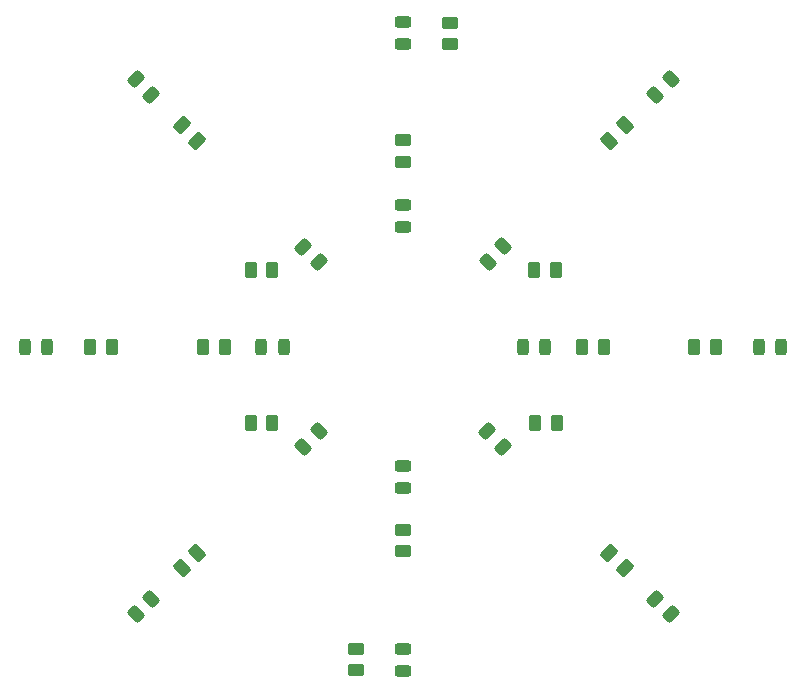
<source format=gbr>
%TF.GenerationSoftware,KiCad,Pcbnew,8.0.7*%
%TF.CreationDate,2025-01-02T12:48:39+00:00*%
%TF.ProjectId,PNP Camera,504e5020-4361-46d6-9572-612e6b696361,rev?*%
%TF.SameCoordinates,Original*%
%TF.FileFunction,Paste,Top*%
%TF.FilePolarity,Positive*%
%FSLAX46Y46*%
G04 Gerber Fmt 4.6, Leading zero omitted, Abs format (unit mm)*
G04 Created by KiCad (PCBNEW 8.0.7) date 2025-01-02 12:48:39*
%MOMM*%
%LPD*%
G01*
G04 APERTURE LIST*
G04 Aperture macros list*
%AMRoundRect*
0 Rectangle with rounded corners*
0 $1 Rounding radius*
0 $2 $3 $4 $5 $6 $7 $8 $9 X,Y pos of 4 corners*
0 Add a 4 corners polygon primitive as box body*
4,1,4,$2,$3,$4,$5,$6,$7,$8,$9,$2,$3,0*
0 Add four circle primitives for the rounded corners*
1,1,$1+$1,$2,$3*
1,1,$1+$1,$4,$5*
1,1,$1+$1,$6,$7*
1,1,$1+$1,$8,$9*
0 Add four rect primitives between the rounded corners*
20,1,$1+$1,$2,$3,$4,$5,0*
20,1,$1+$1,$4,$5,$6,$7,0*
20,1,$1+$1,$6,$7,$8,$9,0*
20,1,$1+$1,$8,$9,$2,$3,0*%
G04 Aperture macros list end*
%ADD10RoundRect,0.250000X0.503814X0.132583X0.132583X0.503814X-0.503814X-0.132583X-0.132583X-0.503814X0*%
%ADD11RoundRect,0.250000X-0.132583X0.503814X-0.503814X0.132583X0.132583X-0.503814X0.503814X-0.132583X0*%
%ADD12RoundRect,0.250000X-0.503814X-0.132583X-0.132583X-0.503814X0.503814X0.132583X0.132583X0.503814X0*%
%ADD13RoundRect,0.250000X0.132583X-0.503814X0.503814X-0.132583X-0.132583X0.503814X-0.503814X0.132583X0*%
%ADD14RoundRect,0.250000X0.450000X-0.262500X0.450000X0.262500X-0.450000X0.262500X-0.450000X-0.262500X0*%
%ADD15RoundRect,0.250000X-0.450000X0.262500X-0.450000X-0.262500X0.450000X-0.262500X0.450000X0.262500X0*%
%ADD16RoundRect,0.250000X0.262500X0.450000X-0.262500X0.450000X-0.262500X-0.450000X0.262500X-0.450000X0*%
%ADD17RoundRect,0.243750X0.150260X-0.494975X0.494975X-0.150260X-0.150260X0.494975X-0.494975X0.150260X0*%
%ADD18RoundRect,0.243750X-0.494975X-0.150260X-0.150260X-0.494975X0.494975X0.150260X0.150260X0.494975X0*%
%ADD19RoundRect,0.243750X0.494975X0.150260X0.150260X0.494975X-0.494975X-0.150260X-0.150260X-0.494975X0*%
%ADD20RoundRect,0.243750X-0.150260X0.494975X-0.494975X0.150260X0.150260X-0.494975X0.494975X-0.150260X0*%
%ADD21RoundRect,0.243750X-0.456250X0.243750X-0.456250X-0.243750X0.456250X-0.243750X0.456250X0.243750X0*%
%ADD22RoundRect,0.243750X0.456250X-0.243750X0.456250X0.243750X-0.456250X0.243750X-0.456250X-0.243750X0*%
%ADD23RoundRect,0.243750X-0.243750X-0.456250X0.243750X-0.456250X0.243750X0.456250X-0.243750X0.456250X0*%
%ADD24RoundRect,0.243750X0.243750X0.456250X-0.243750X0.456250X-0.243750X-0.456250X0.243750X-0.456250X0*%
%ADD25RoundRect,0.250000X-0.262500X-0.450000X0.262500X-0.450000X0.262500X0.450000X-0.262500X0.450000X0*%
G04 APERTURE END LIST*
D10*
%TO.C,R1*%
X103545235Y-51045235D03*
X102254765Y-49754765D03*
%TD*%
D11*
%TO.C,R1*%
X103545235Y-85954765D03*
X102254765Y-87245235D03*
%TD*%
D12*
%TO.C,R1*%
X138454765Y-85954765D03*
X139745235Y-87245235D03*
%TD*%
D13*
%TO.C,R1*%
X138454765Y-51045235D03*
X139745235Y-49754765D03*
%TD*%
D14*
%TO.C,R1*%
X125000000Y-42912500D03*
X125000000Y-41087500D03*
%TD*%
D15*
%TO.C,R1*%
X117000000Y-94087500D03*
X117000000Y-95912500D03*
%TD*%
D16*
%TO.C,R1*%
X96338685Y-68500002D03*
X94513685Y-68500002D03*
%TD*%
%TO.C,R1*%
X147486315Y-68500002D03*
X145661315Y-68500002D03*
%TD*%
D17*
%TO.C,D1*%
X98337087Y-91162914D03*
X99662913Y-89837086D03*
%TD*%
D18*
%TO.C,D1*%
X98337086Y-45837087D03*
X99662914Y-47162913D03*
%TD*%
D19*
%TO.C,D1*%
X143662914Y-91162913D03*
X142337086Y-89837087D03*
%TD*%
D20*
%TO.C,D1*%
X143662913Y-45837086D03*
X142337087Y-47162914D03*
%TD*%
D21*
%TO.C,D1*%
X121000000Y-41000000D03*
X121000002Y-42875002D03*
%TD*%
D22*
%TO.C,D1*%
X121000001Y-95937502D03*
X120999999Y-94062500D03*
%TD*%
D23*
%TO.C,D1*%
X88977937Y-68500001D03*
X90852939Y-68499999D03*
%TD*%
D24*
%TO.C,D1*%
X153022063Y-68499999D03*
X151147061Y-68500001D03*
%TD*%
D16*
%TO.C,R1*%
X109912500Y-75000000D03*
X108087500Y-75000000D03*
%TD*%
D14*
%TO.C,R1*%
X121000000Y-52825000D03*
X121000000Y-51000000D03*
%TD*%
D16*
%TO.C,R1*%
X109912500Y-62000000D03*
X108087500Y-62000000D03*
%TD*%
%TO.C,R1*%
X105912500Y-68500000D03*
X104087500Y-68500000D03*
%TD*%
D15*
%TO.C,R1*%
X121000000Y-84000000D03*
X121000000Y-85825000D03*
%TD*%
D25*
%TO.C,R1*%
X132175000Y-75000000D03*
X134000000Y-75000000D03*
%TD*%
%TO.C,R1*%
X136175000Y-68500000D03*
X138000000Y-68500000D03*
%TD*%
%TO.C,R1*%
X132087500Y-62000000D03*
X133912500Y-62000000D03*
%TD*%
D22*
%TO.C,D1*%
X121000001Y-58369529D03*
X120999999Y-56494527D03*
%TD*%
D19*
%TO.C,D1*%
X113862914Y-61362913D03*
X112537086Y-60037087D03*
%TD*%
D24*
%TO.C,D1*%
X110869529Y-68499999D03*
X108994527Y-68500001D03*
%TD*%
D20*
%TO.C,D1*%
X113862913Y-75637086D03*
X112537087Y-76962914D03*
%TD*%
D21*
%TO.C,D1*%
X120999999Y-78630471D03*
X121000001Y-80505473D03*
%TD*%
D18*
%TO.C,D1*%
X128137086Y-75637087D03*
X129462914Y-76962913D03*
%TD*%
D23*
%TO.C,D1*%
X131130471Y-68500001D03*
X133005473Y-68499999D03*
%TD*%
D17*
%TO.C,D1*%
X128157088Y-61332914D03*
X129482912Y-60007086D03*
%TD*%
M02*

</source>
